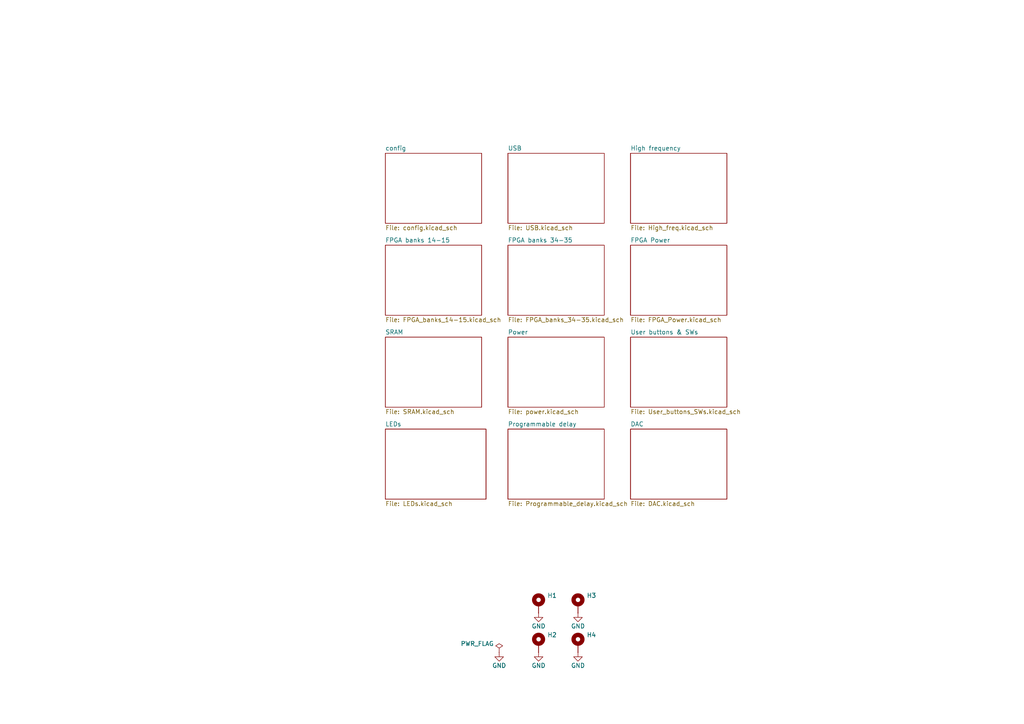
<source format=kicad_sch>
(kicad_sch (version 20231120) (generator "eeschema") (generator_version "8.0")
  (paper "A4")
  (title_block (title "CPArti: Artix-7 FPGA Development Board") (date "2024-08-22") (rev "1.0"))
  (lib_symbols
    (symbol "Mechanical:MountingHole_Pad" (pin_numbers hide) (pin_names (offset 1.016) hide) (exclude_from_sim yes) (in_bom no)
      (property "Reference" "H" (at 0 6.35 0))
      (property "Value" "MountingHole_Pad" (at 0 4.445 0))
      (symbol "MountingHole_Pad_0_1"
        (circle (center 0 1.27) (radius 1.27) (stroke (width 1.27)))
      )
      (symbol "MountingHole_Pad_1_1"
        (pin input line (at 0 -2.54 90) (length 2.54) (name "1") (number "1"))
      )
    )
    (symbol "power:GND" (power) (pin_numbers hide) (pin_names (offset 0) hide)
      (property "Value" "GND" (at 0 -3.81 0))
      (symbol "GND_0_1"
        (polyline (pts (xy 0 0) (xy 0 -1.27) (xy 1.27 -1.27) (xy 0 -2.54) (xy -1.27 -1.27) (xy 0 -1.27)))
      )
      (symbol "GND_1_1"
        (pin power_in line (at 0 0 270) (length 0) (name "~") (number "1"))
      )
    )
    (symbol "power:PWR_FLAG" (power) (pin_numbers hide) (pin_names (offset 0) hide)
      (property "Value" "PWR_FLAG" (at 0 3.81 0))
      (symbol "PWR_FLAG_0_0"
        (pin power_out line (at 0 0 90) (length 0) (name "~") (number "1"))
      )
      (symbol "PWR_FLAG_0_1"
        (polyline (pts (xy 0 0) (xy 0 1.27) (xy -1.016 1.905) (xy 0 2.54) (xy 1.016 1.905) (xy 0 1.27)))
      )
    )
  )
  (symbol (lib_id "power:GND") (at 156.21 189.23 0) (unit 1)
    (property "Reference" "#PWR030" (effects (hide yes)))
    (property "Value" "GND" (at 156.21 193.04 0))
    (property "Description" "Power symbol creates a global label with name \"GND\" , ground" (effects (hide yes)))
  )
  (symbol (lib_id "Mechanical:MountingHole_Pad") (at 156.21 186.69 0) (unit 1) (exclude_from_sim yes) (in_bom no)
    (property "Reference" "H2" (at 158.75 184.1499 0) (effects (justify left)))
    (property "Value" "MountingHole_Pad" (effects (hide yes)))
    (property "Footprint" "MountingHole:MountingHole_2.2mm_M2_Pad_Via" (effects (hide yes)))
    (property "Description" "Mounting Hole with connection" (effects (hide yes)))
  )
  (symbol (lib_id "power:GND") (at 167.64 177.8 0) (unit 1)
    (property "Reference" "#PWR033" (effects (hide yes)))
    (property "Value" "GND" (at 167.64 181.61 0))
    (property "Description" "Power symbol creates a global label with name \"GND\" , ground" (effects (hide yes)))
  )
  (symbol (lib_id "power:GND") (at 144.78 189.23 0) (unit 1)
    (property "Reference" "#PWR0146" (effects (hide yes)))
    (property "Value" "GND" (at 144.78 193.04 0))
    (property "Description" "Power symbol creates a global label with name \"GND\" , ground" (effects (hide yes)))
  )
  (symbol (lib_id "Mechanical:MountingHole_Pad") (at 156.21 175.26 0) (unit 1) (exclude_from_sim yes) (in_bom no)
    (property "Reference" "H1" (at 158.75 172.7199 0) (effects (justify left)))
    (property "Value" "MountingHole_Pad" (effects (hide yes)))
    (property "Footprint" "MountingHole:MountingHole_2.2mm_M2_Pad_Via" (effects (hide yes)))
    (property "Description" "Mounting Hole with connection" (effects (hide yes)))
  )
  (symbol (lib_id "Mechanical:MountingHole_Pad") (at 167.64 175.26 0) (unit 1) (exclude_from_sim yes) (in_bom no)
    (property "Reference" "H3" (at 170.18 172.7199 0) (effects (justify left)))
    (property "Value" "MountingHole_Pad" (effects (hide yes)))
    (property "Footprint" "MountingHole:MountingHole_2.2mm_M2_Pad_Via" (effects (hide yes)))
    (property "Description" "Mounting Hole with connection" (effects (hide yes)))
  )
  (symbol (lib_id "power:PWR_FLAG") (at 144.78 189.23 0) (unit 1)
    (property "Reference" "#FLG010" (effects (hide yes)))
    (property "Value" "PWR_FLAG" (at 138.43 186.69 0))
    (property "Description" "Special symbol for telling ERC where power comes from" (effects (hide yes)))
  )
  (symbol (lib_id "Mechanical:MountingHole_Pad") (at 167.64 186.69 0) (unit 1) (exclude_from_sim yes) (in_bom no)
    (property "Reference" "H4" (at 170.18 184.1499 0) (effects (justify left)))
    (property "Value" "MountingHole_Pad" (effects (hide yes)))
    (property "Footprint" "MountingHole:MountingHole_2.2mm_M2_Pad_Via" (effects (hide yes)))
    (property "Description" "Mounting Hole with connection" (effects (hide yes)))
  )
  (symbol (lib_id "power:GND") (at 156.21 177.8 0) (unit 1)
    (property "Reference" "#PWR032" (effects (hide yes)))
    (property "Value" "GND" (at 156.21 181.61 0))
    (property "Description" "Power symbol creates a global label with name \"GND\" , ground" (effects (hide yes)))
  )
  (symbol (lib_id "power:GND") (at 167.64 189.23 0) (unit 1)
    (property "Reference" "#PWR031" (effects (hide yes)))
    (property "Value" "GND" (at 167.64 193.04 0))
    (property "Description" "Power symbol creates a global label with name \"GND\" , ground" (effects (hide yes)))
  )
  (sheet (at 182.88 71.12) (size 27.94 20.32) (stroke (width 0.1524))
    (property "Sheetname" "FPGA Power" (at 182.88 70.4084 0) (effects (justify left bottom)))
    (property "Sheetfile" "FPGA_Power.kicad_sch" (at 182.88 92.0246 0) (effects (justify left top)))
  )
  (sheet (at 111.76 124.46) (size 29.21 20.32) (stroke (width 0.1524))
    (property "Sheetname" "LEDs" (at 111.76 123.7484 0) (effects (justify left bottom)))
    (property "Sheetfile" "LEDs.kicad_sch" (at 111.76 145.3646 0) (effects (justify left top)))
  )
  (sheet (at 182.88 124.46) (size 27.94 20.32) (stroke (width 0.1524))
    (property "Sheetname" "DAC" (at 182.88 123.7484 0) (effects (justify left bottom)))
    (property "Sheetfile" "DAC.kicad_sch" (at 182.88 145.3646 0) (effects (justify left top)))
  )
  (sheet (at 147.32 97.79) (size 27.94 20.32) (stroke (width 0.1524))
    (property "Sheetname" "Power" (at 147.32 97.0784 0) (effects (justify left bottom)))
    (property "Sheetfile" "power.kicad_sch" (at 147.32 118.6946 0) (effects (justify left top)))
  )
  (sheet (at 147.32 124.46) (size 27.94 20.32) (stroke (width 0.1524))
    (property "Sheetname" "Programmable delay" (at 147.32 123.7484 0) (effects (justify left bottom)))
    (property "Sheetfile" "Programmable_delay.kicad_sch" (at 147.32 145.3646 0) (effects (justify left top)))
  )
  (sheet (at 147.32 71.12) (size 27.94 20.32) (stroke (width 0.1524))
    (property "Sheetname" "FPGA banks 34-35" (at 147.32 70.4084 0) (effects (justify left bottom)))
    (property "Sheetfile" "FPGA_banks_34-35.kicad_sch" (at 147.32 92.0246 0) (effects (justify left top)))
  )
  (sheet (at 147.32 44.45) (size 27.94 20.32) (stroke (width 0.1524))
    (property "Sheetname" "USB" (at 147.32 43.7384 0) (effects (justify left bottom)))
    (property "Sheetfile" "USB.kicad_sch" (at 147.32 65.3546 0) (effects (justify left top)))
  )
  (sheet (at 111.76 97.79) (size 27.94 20.32) (stroke (width 0.1524))
    (property "Sheetname" "SRAM" (at 111.76 97.0784 0) (effects (justify left bottom)))
    (property "Sheetfile" "SRAM.kicad_sch" (at 111.76 118.6946 0) (effects (justify left top)))
  )
  (sheet (at 182.88 44.45) (size 27.94 20.32) (stroke (width 0.1524))
    (property "Sheetname" "High frequency" (at 182.88 43.7384 0) (effects (justify left bottom)))
    (property "Sheetfile" "High_freq.kicad_sch" (at 182.88 65.3546 0) (effects (justify left top)))
  )
  (sheet (at 182.88 97.79) (size 27.94 20.32) (stroke (width 0.1524))
    (property "Sheetname" "User buttons & SWs" (at 182.88 97.0784 0) (effects (justify left bottom)))
    (property "Sheetfile" "User_buttons_SWs.kicad_sch" (at 182.88 118.6946 0) (effects (justify left top)))
  )
  (sheet (at 111.76 71.12) (size 27.94 20.32) (stroke (width 0.1524))
    (property "Sheetname" "FPGA banks 14-15" (at 111.76 70.4084 0) (effects (justify left bottom)))
    (property "Sheetfile" "FPGA_banks_14-15.kicad_sch" (at 111.76 92.0246 0) (effects (justify left top)))
  )
  (sheet (at 111.76 44.45) (size 27.94 20.32) (stroke (width 0.1524))
    (property "Sheetname" "config" (at 111.76 43.7384 0) (effects (justify left bottom)))
    (property "Sheetfile" "config.kicad_sch" (at 111.76 65.3546 0) (effects (justify left top)))
  )
)
</source>
